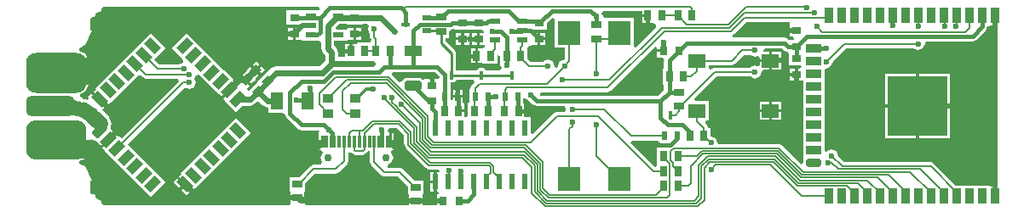
<source format=gtl>
G04 Layer_Physical_Order=1*
G04 Layer_Color=255*
%FSLAX24Y24*%
%MOIN*%
G70*
G01*
G75*
%ADD10C,0.0591*%
%ADD11R,0.0685X0.0551*%
%ADD12R,0.0866X0.0945*%
%ADD13R,0.0689X0.0394*%
G04:AMPARAMS|DCode=14|XSize=68.9mil|YSize=39.4mil|CornerRadius=0mil|HoleSize=0mil|Usage=FLASHONLY|Rotation=180.000|XOffset=0mil|YOffset=0mil|HoleType=Round|Shape=Octagon|*
%AMOCTAGOND14*
4,1,8,-0.0344,0.0098,-0.0344,-0.0098,-0.0246,-0.0197,0.0246,-0.0197,0.0344,-0.0098,0.0344,0.0098,0.0246,0.0197,-0.0246,0.0197,-0.0344,0.0098,0.0*
%
%ADD14OCTAGOND14*%

%ADD15R,0.0335X0.0217*%
G04:AMPARAMS|DCode=16|XSize=33.5mil|YSize=15.7mil|CornerRadius=0mil|HoleSize=0mil|Usage=FLASHONLY|Rotation=180.000|XOffset=0mil|YOffset=0mil|HoleType=Round|Shape=Octagon|*
%AMOCTAGOND16*
4,1,8,-0.0167,0.0039,-0.0167,-0.0039,-0.0128,-0.0079,0.0128,-0.0079,0.0167,-0.0039,0.0167,0.0039,0.0128,0.0079,-0.0128,0.0079,-0.0167,0.0039,0.0*
%
%ADD16OCTAGOND16*%

G04:AMPARAMS|DCode=17|XSize=43.3mil|YSize=35.4mil|CornerRadius=8.9mil|HoleSize=0mil|Usage=FLASHONLY|Rotation=180.000|XOffset=0mil|YOffset=0mil|HoleType=Round|Shape=RoundedRectangle|*
%AMROUNDEDRECTD17*
21,1,0.0433,0.0177,0,0,180.0*
21,1,0.0256,0.0354,0,0,180.0*
1,1,0.0177,-0.0128,0.0089*
1,1,0.0177,0.0128,0.0089*
1,1,0.0177,0.0128,-0.0089*
1,1,0.0177,-0.0128,-0.0089*
%
%ADD17ROUNDEDRECTD17*%
%ADD18R,0.0433X0.0217*%
G04:AMPARAMS|DCode=19|XSize=59.1mil|YSize=35.4mil|CornerRadius=0mil|HoleSize=0mil|Usage=FLASHONLY|Rotation=135.000|XOffset=0mil|YOffset=0mil|HoleType=Round|Shape=Rectangle|*
%AMROTATEDRECTD19*
4,1,4,0.0334,-0.0084,0.0084,-0.0334,-0.0334,0.0084,-0.0084,0.0334,0.0334,-0.0084,0.0*
%
%ADD19ROTATEDRECTD19*%

G04:AMPARAMS|DCode=20|XSize=59.1mil|YSize=35.4mil|CornerRadius=0mil|HoleSize=0mil|Usage=FLASHONLY|Rotation=45.000|XOffset=0mil|YOffset=0mil|HoleType=Round|Shape=Rectangle|*
%AMROTATEDRECTD20*
4,1,4,-0.0084,-0.0334,-0.0334,-0.0084,0.0084,0.0334,0.0334,0.0084,-0.0084,-0.0334,0.0*
%
%ADD20ROTATEDRECTD20*%

G04:AMPARAMS|DCode=21|XSize=59.1mil|YSize=35.4mil|CornerRadius=8.9mil|HoleSize=0mil|Usage=FLASHONLY|Rotation=45.000|XOffset=0mil|YOffset=0mil|HoleType=Round|Shape=RoundedRectangle|*
%AMROUNDEDRECTD21*
21,1,0.0591,0.0177,0,0,45.0*
21,1,0.0413,0.0354,0,0,45.0*
1,1,0.0177,0.0209,0.0084*
1,1,0.0177,-0.0084,-0.0209*
1,1,0.0177,-0.0209,-0.0084*
1,1,0.0177,0.0084,0.0209*
%
%ADD21ROUNDEDRECTD21*%
%ADD22R,0.0453X0.0709*%
G04:AMPARAMS|DCode=23|XSize=78.7mil|YSize=189mil|CornerRadius=19.7mil|HoleSize=0mil|Usage=FLASHONLY|Rotation=90.000|XOffset=0mil|YOffset=0mil|HoleType=Round|Shape=RoundedRectangle|*
%AMROUNDEDRECTD23*
21,1,0.0787,0.1496,0,0,90.0*
21,1,0.0394,0.1890,0,0,90.0*
1,1,0.0394,0.0748,0.0197*
1,1,0.0394,0.0748,-0.0197*
1,1,0.0394,-0.0748,-0.0197*
1,1,0.0394,-0.0748,0.0197*
%
%ADD23ROUNDEDRECTD23*%
G04:AMPARAMS|DCode=24|XSize=153.5mil|YSize=236.2mil|CornerRadius=38.4mil|HoleSize=0mil|Usage=FLASHONLY|Rotation=90.000|XOffset=0mil|YOffset=0mil|HoleType=Round|Shape=RoundedRectangle|*
%AMROUNDEDRECTD24*
21,1,0.1535,0.1594,0,0,90.0*
21,1,0.0768,0.2362,0,0,90.0*
1,1,0.0768,0.0797,0.0384*
1,1,0.0768,0.0797,-0.0384*
1,1,0.0768,-0.0797,-0.0384*
1,1,0.0768,-0.0797,0.0384*
%
%ADD24ROUNDEDRECTD24*%
G04:AMPARAMS|DCode=25|XSize=157.5mil|YSize=236.2mil|CornerRadius=39.4mil|HoleSize=0mil|Usage=FLASHONLY|Rotation=90.000|XOffset=0mil|YOffset=0mil|HoleType=Round|Shape=RoundedRectangle|*
%AMROUNDEDRECTD25*
21,1,0.1575,0.1575,0,0,90.0*
21,1,0.0787,0.2362,0,0,90.0*
1,1,0.0787,0.0787,0.0394*
1,1,0.0787,0.0787,-0.0394*
1,1,0.0787,-0.0787,-0.0394*
1,1,0.0787,-0.0787,0.0394*
%
%ADD25ROUNDEDRECTD25*%
%ADD26R,0.0354X0.0591*%
%ADD27R,0.0591X0.0354*%
G04:AMPARAMS|DCode=28|XSize=35.4mil|YSize=59.1mil|CornerRadius=0mil|HoleSize=0mil|Usage=FLASHONLY|Rotation=90.000|XOffset=0mil|YOffset=0mil|HoleType=Round|Shape=Octagon|*
%AMOCTAGOND28*
4,1,8,-0.0295,-0.0089,-0.0295,0.0089,-0.0207,0.0177,0.0207,0.0177,0.0295,0.0089,0.0295,-0.0089,0.0207,-0.0177,-0.0207,-0.0177,-0.0295,-0.0089,0.0*
%
%ADD28OCTAGOND28*%

%ADD29R,0.2362X0.2362*%
%ADD30R,0.0315X0.0374*%
%ADD31R,0.0390X0.0283*%
%ADD32R,0.0236X0.0610*%
%ADD33R,0.0118X0.0512*%
%ADD34R,0.0374X0.0315*%
%ADD35R,0.0283X0.0390*%
G04:AMPARAMS|DCode=36|XSize=37.4mil|YSize=31.5mil|CornerRadius=0mil|HoleSize=0mil|Usage=FLASHONLY|Rotation=225.000|XOffset=0mil|YOffset=0mil|HoleType=Round|Shape=Rectangle|*
%AMROTATEDRECTD36*
4,1,4,0.0021,0.0244,0.0244,0.0021,-0.0021,-0.0244,-0.0244,-0.0021,0.0021,0.0244,0.0*
%
%ADD36ROTATEDRECTD36*%

%ADD37R,0.0217X0.0335*%
G04:AMPARAMS|DCode=38|XSize=33.5mil|YSize=15.7mil|CornerRadius=0mil|HoleSize=0mil|Usage=FLASHONLY|Rotation=90.000|XOffset=0mil|YOffset=0mil|HoleType=Round|Shape=Octagon|*
%AMOCTAGOND38*
4,1,8,0.0039,0.0167,-0.0039,0.0167,-0.0079,0.0128,-0.0079,-0.0128,-0.0039,-0.0167,0.0039,-0.0167,0.0079,-0.0128,0.0079,0.0128,0.0039,0.0167,0.0*
%
%ADD38OCTAGOND38*%

%ADD39C,0.0157*%
%ADD40C,0.0059*%
%ADD41C,0.0236*%
%ADD42C,0.0079*%
%ADD43C,0.0197*%
%ADD44C,0.0098*%
%ADD45C,0.0118*%
%ADD46C,0.0276*%
%ADD47R,0.0669X0.1070*%
%ADD48R,0.0669X0.0773*%
%ADD49O,0.0472X0.0709*%
%ADD50O,0.0472X0.0787*%
%ADD51C,0.0295*%
%ADD52C,0.0236*%
G36*
X24311Y7667D02*
X24531D01*
Y7608D01*
X24591D01*
Y7335D01*
X24733D01*
X24815Y7295D01*
X24849Y7271D01*
X24865Y7153D01*
X24075Y6363D01*
X23976Y6404D01*
Y7530D01*
X22874D01*
X22874Y7530D01*
Y7530D01*
X22775Y7579D01*
X22728Y7694D01*
X22794Y7792D01*
X24311D01*
Y7667D01*
D02*
G37*
G36*
X29879Y6237D02*
X29879Y6237D01*
X29954Y6206D01*
X30029Y6175D01*
X30049Y6084D01*
Y5647D01*
X30532D01*
X30549Y5627D01*
X30538Y5577D01*
X30506Y5529D01*
X30413D01*
Y5293D01*
Y5057D01*
X30524D01*
X30620Y5057D01*
X30622Y4959D01*
Y4610D01*
X30622D01*
Y4020D01*
X30622D01*
Y3610D01*
X30622D01*
Y3020D01*
X30622D01*
Y2610D01*
X30622D01*
Y2117D01*
X30622Y2020D01*
X30622Y1970D01*
X30622Y1864D01*
Y1807D01*
X30531Y1770D01*
X29786Y2515D01*
X29673Y2561D01*
X27295D01*
X27264Y2608D01*
X27189Y2789D01*
X27008Y2864D01*
X26988Y2877D01*
Y3187D01*
X26899D01*
Y3189D01*
X26849Y3310D01*
X26775Y3384D01*
X26812Y3475D01*
X26910D01*
Y4262D01*
X26393D01*
X26356Y4353D01*
X27226Y5223D01*
X28555D01*
X28559Y5213D01*
X28740Y5138D01*
X28921Y5213D01*
X28996Y5394D01*
X28993Y5401D01*
X29048Y5482D01*
X29280D01*
Y5778D01*
X28918D01*
Y5664D01*
X28836Y5610D01*
X28740Y5649D01*
X28559Y5574D01*
X28555Y5564D01*
X27155D01*
X27035Y5514D01*
X27009Y5488D01*
X26910Y5529D01*
Y5666D01*
X27828D01*
X27948Y5716D01*
X28302Y6070D01*
X28555D01*
X28559Y6060D01*
X28740Y5985D01*
X28836Y6025D01*
X28918Y5970D01*
Y5896D01*
X29280D01*
Y6191D01*
X29081D01*
X29063Y6224D01*
X29122Y6322D01*
X29794D01*
X29879Y6237D01*
D02*
G37*
G36*
X20906Y7483D02*
Y6349D01*
X21286D01*
Y5891D01*
X21278Y5886D01*
X21097Y5811D01*
X21023Y5630D01*
X21027Y5620D01*
X20960Y5553D01*
X20877Y5609D01*
X20886Y5630D01*
X20811Y5811D01*
X20630Y5886D01*
X20449Y5811D01*
X20445Y5800D01*
X19952D01*
X19823Y5930D01*
Y6347D01*
X19889Y6417D01*
X19961Y6417D01*
X20039Y6467D01*
X20059Y6467D01*
X20217D01*
Y6703D01*
Y6939D01*
X20031D01*
X20010Y6939D01*
X20002Y6959D01*
X20071Y7057D01*
X20581D01*
Y7297D01*
X20807Y7524D01*
X20906Y7483D01*
D02*
G37*
G36*
X30089Y7254D02*
X30089D01*
Y7077D01*
X30354D01*
Y6959D01*
X30089D01*
Y6782D01*
X30221D01*
X30274Y6683D01*
X30261Y6664D01*
X30055D01*
X30033Y6686D01*
X29882Y6748D01*
X29882Y6748D01*
X27866D01*
X27847Y6847D01*
X27921Y6878D01*
X28393Y7349D01*
X30081D01*
X30089Y7254D01*
D02*
G37*
G36*
X38083Y896D02*
X37917D01*
Y935D01*
X36917D01*
Y935D01*
X36584D01*
X35723Y1796D01*
X35610Y1843D01*
X32230D01*
X31987Y2085D01*
X31996Y2106D01*
X31921Y2287D01*
X31740Y2362D01*
X31559Y2287D01*
X31547Y2258D01*
X31449Y2278D01*
Y2520D01*
X31449D01*
Y3110D01*
X31449D01*
Y3520D01*
X31449D01*
Y4110D01*
X31449D01*
Y4520D01*
X31449D01*
Y5020D01*
X31449D01*
Y5489D01*
X31522Y5538D01*
X31702Y5613D01*
X31777Y5793D01*
X31773Y5804D01*
X32305Y6336D01*
X34937D01*
X34941Y6325D01*
X35122Y6250D01*
X35303Y6325D01*
X35378Y6506D01*
X35378Y6506D01*
X35432Y6588D01*
X37248D01*
X37248Y6588D01*
X37399Y6651D01*
X37773Y7025D01*
X37773Y7025D01*
X37835Y7175D01*
Y7195D01*
X37917D01*
Y7234D01*
X38083D01*
X38083Y896D01*
D02*
G37*
G36*
X16978Y7057D02*
Y7057D01*
X17589D01*
Y7057D01*
X17608D01*
Y7057D01*
X18058D01*
X18126Y6986D01*
X18125Y6946D01*
X18119Y6939D01*
X17972D01*
Y6703D01*
Y6467D01*
X18140Y6467D01*
X18157Y6445D01*
X18147Y6397D01*
X18122Y6347D01*
X18040Y6307D01*
X18024Y6307D01*
X17898D01*
Y6034D01*
Y5760D01*
X18040Y5760D01*
X18122Y5721D01*
X18141Y5721D01*
X18642D01*
Y6050D01*
X18661Y6064D01*
X18760Y6014D01*
Y5721D01*
X18760D01*
X18760Y5669D01*
X18777Y5629D01*
X18811Y5545D01*
X18748Y5447D01*
X18228D01*
Y5453D01*
X18130Y5551D01*
X17933D01*
X17835Y5453D01*
Y5447D01*
X17047D01*
Y5453D01*
X17032Y5469D01*
Y6119D01*
X16978Y6247D01*
X16978Y6247D01*
X16638Y6588D01*
Y6739D01*
X16770D01*
Y7000D01*
X16839Y7059D01*
X16923Y7094D01*
X16978Y7057D01*
D02*
G37*
G36*
X19780Y4307D02*
X19883Y4265D01*
X20039Y4108D01*
X20039Y4108D01*
X20190Y4046D01*
X21276D01*
X21330Y3964D01*
X21319Y3937D01*
X21333Y3903D01*
X21279Y3821D01*
X20984D01*
X20871Y3774D01*
X20053Y2956D01*
X19962Y2994D01*
Y3622D01*
X19705D01*
Y3809D01*
X19484D01*
Y3927D01*
X19705D01*
Y4142D01*
X19705D01*
X19656Y4193D01*
Y4350D01*
X19754Y4370D01*
X19780Y4307D01*
D02*
G37*
G36*
X24955Y2589D02*
X25373D01*
X25408Y2491D01*
X25327Y2410D01*
X24906D01*
Y1819D01*
X24906D01*
Y1679D01*
X24807Y1671D01*
X23866Y2613D01*
X23871Y2634D01*
X23914Y2704D01*
X24955D01*
Y2589D01*
D02*
G37*
G36*
X17767Y4986D02*
X17655Y4875D01*
X17605Y4754D01*
Y4725D01*
X17549D01*
Y4181D01*
X17500D01*
Y3705D01*
X17462Y3622D01*
X17343D01*
Y3809D01*
X17122D01*
Y3927D01*
X17343D01*
X17343Y4142D01*
X17293Y4220D01*
X17293Y4240D01*
Y4380D01*
X17106D01*
X16919D01*
Y4338D01*
X16821Y4283D01*
X16821Y4283D01*
Y4725D01*
X16808D01*
Y4980D01*
X16949D01*
X17047Y5079D01*
Y5085D01*
X17726D01*
X17767Y4986D01*
D02*
G37*
G36*
X16381Y5217D02*
Y5200D01*
X16364Y5108D01*
X16158D01*
Y4872D01*
X16040D01*
Y5108D01*
X15833D01*
Y5108D01*
X15734Y5092D01*
X15659Y5167D01*
X15049D01*
X14892Y5010D01*
X14832Y4985D01*
X14528Y5289D01*
X14536Y5341D01*
X14558Y5387D01*
X16211D01*
X16381Y5217D01*
D02*
G37*
G36*
X24906Y6347D02*
Y6295D01*
X25142D01*
Y6177D01*
X24906D01*
Y5971D01*
X25132D01*
X25187Y5889D01*
X25170Y5848D01*
X25170Y5848D01*
Y5520D01*
X25123D01*
Y4894D01*
X25170D01*
Y4691D01*
X24951Y4472D01*
X20338D01*
X20315Y4505D01*
X20366Y4603D01*
X22963D01*
X23083Y4653D01*
X24815Y6385D01*
X24906Y6347D01*
D02*
G37*
G36*
X11686Y7919D02*
X11703Y7861D01*
X11668Y7819D01*
X11024D01*
Y7819D01*
X11014Y7809D01*
X10404D01*
Y7258D01*
X10914D01*
X10982Y7159D01*
X10974Y7139D01*
X10954Y7139D01*
X10768D01*
Y6903D01*
Y6667D01*
X10946Y6667D01*
X11024Y6618D01*
X11052Y6618D01*
X11693D01*
X11752Y6544D01*
Y6329D01*
X11827Y6148D01*
X11910Y6065D01*
Y5825D01*
X11705Y5620D01*
X9987D01*
X9806Y5545D01*
X9681Y5420D01*
X9667Y5434D01*
X9235Y5002D01*
X9248Y4990D01*
X8911Y4653D01*
X8854Y4682D01*
X8847Y4756D01*
X8958Y4866D01*
X8791Y5033D01*
X8624Y5200D01*
X8477Y5054D01*
X8552Y4979D01*
X8522Y4871D01*
X8497Y4864D01*
X8464Y4898D01*
X8200Y4633D01*
X7935Y4369D01*
X8033Y4271D01*
X8005Y4244D01*
X8422Y3826D01*
X8668Y4071D01*
X8975D01*
X9156Y4146D01*
X9243Y4233D01*
X9257Y4219D01*
X9292Y4254D01*
X9465Y4081D01*
X9646Y4006D01*
X9695D01*
Y3789D01*
X10237D01*
X10328Y3766D01*
X10391Y3615D01*
X10841Y3164D01*
X10841Y3164D01*
X10992Y3102D01*
X10992Y3102D01*
X11694D01*
X11704Y3086D01*
X11673Y2988D01*
X11673D01*
Y2712D01*
X11811D01*
Y2594D01*
X11673D01*
Y2318D01*
X11772D01*
X11808Y2227D01*
X11724Y2024D01*
X11799Y1843D01*
X11755Y1745D01*
X11466D01*
X11346Y1695D01*
X10901Y1250D01*
X10514D01*
Y750D01*
X10514Y730D01*
X10553Y648D01*
X10553Y632D01*
Y506D01*
X10827D01*
X11100D01*
X11100Y648D01*
X11140Y730D01*
X11140Y750D01*
Y1007D01*
X11537Y1404D01*
X12329D01*
X12449Y1454D01*
X12778Y1783D01*
X12828Y1903D01*
Y2200D01*
X12836Y2213D01*
X12927Y2222D01*
X12939Y2222D01*
X12987Y2174D01*
X13100Y2127D01*
X13386D01*
X13499Y2174D01*
X13558Y2233D01*
X13577Y2279D01*
X13668D01*
Y1856D01*
X13718Y1735D01*
X14118Y1336D01*
X14238Y1286D01*
X14762D01*
X15145Y904D01*
Y612D01*
X15145D01*
X15184Y549D01*
Y388D01*
X15458D01*
X15731D01*
Y530D01*
X15771Y612D01*
X15771Y612D01*
X15771Y612D01*
Y1132D01*
X15399D01*
X14954Y1577D01*
X14833Y1627D01*
X14388D01*
X14363Y1661D01*
X14397Y1781D01*
X14491Y1820D01*
X14575Y2024D01*
X14491Y2227D01*
X14528Y2318D01*
X14606D01*
Y2594D01*
X14469D01*
Y2653D01*
X14410D01*
Y3014D01*
X14361Y3086D01*
X14372Y3112D01*
X14424Y3190D01*
X14712D01*
X14998Y2905D01*
Y2535D01*
X15044Y2422D01*
X15857Y1610D01*
X15970Y1563D01*
X16337D01*
X16356Y1548D01*
X16384Y1494D01*
X16364Y1457D01*
X16285D01*
Y1073D01*
Y689D01*
X16314D01*
X16353Y636D01*
X16330Y591D01*
X16299D01*
Y384D01*
X16535D01*
Y266D01*
X16299D01*
Y171D01*
X15731D01*
Y270D01*
X15458D01*
X15184D01*
Y170D01*
X11176D01*
X11100Y226D01*
X11100Y269D01*
Y388D01*
X10827D01*
X10553D01*
Y269D01*
X10553Y226D01*
X10478Y170D01*
X3216D01*
X3147Y240D01*
X3148Y336D01*
X2969Y410D01*
X2895Y588D01*
X2799Y587D01*
X2730Y656D01*
Y1119D01*
X2731Y1120D01*
X2775Y1121D01*
X2541Y1685D01*
X2303Y1783D01*
Y1890D01*
X2541Y1989D01*
X2688Y2343D01*
Y2716D01*
X2786Y2757D01*
X2836Y2707D01*
X2979Y2648D01*
X2980Y2643D01*
Y2643D01*
X3119Y2504D01*
X3383Y2768D01*
X3648Y3033D01*
X3509Y3172D01*
X3520Y3266D01*
X3558Y3356D01*
X3427Y3673D01*
X3189Y3910D01*
X3300Y4021D01*
X3035Y4285D01*
X2771Y4550D01*
X2632Y4411D01*
X2673Y4369D01*
X2619Y4287D01*
X2309Y4415D01*
X2309Y4514D01*
X2539Y4609D01*
X2689Y4971D01*
Y5305D01*
X1390D01*
Y5423D01*
X2689D01*
Y5758D01*
X2539Y6120D01*
X2275Y6229D01*
Y6335D01*
X2541Y6445D01*
X2775Y7009D01*
X2731Y7010D01*
X2730Y7012D01*
Y7474D01*
X2799Y7543D01*
X2895Y7542D01*
X2969Y7720D01*
X3148Y7794D01*
X3147Y7890D01*
X3216Y7960D01*
X11652D01*
X11686Y7919D01*
D02*
G37*
G36*
X13621Y7179D02*
X13583Y7087D01*
X13658Y6906D01*
X13668Y6902D01*
Y6752D01*
X13714Y6642D01*
X13686Y6567D01*
X13674Y6543D01*
X13201D01*
Y6543D01*
X13138Y6504D01*
X12976D01*
Y6230D01*
X12917D01*
Y6171D01*
X12697D01*
Y5975D01*
X12422D01*
Y6171D01*
X12347Y6352D01*
X12264Y6435D01*
Y6618D01*
X12756Y6618D01*
X12834Y6667D01*
X12854Y6667D01*
X13012D01*
Y6903D01*
Y7139D01*
X12826D01*
X12805Y7139D01*
X12735Y7071D01*
X12707Y7071D01*
X12374D01*
X12334Y7169D01*
X12442Y7277D01*
X12766D01*
Y7258D01*
X13376D01*
Y7277D01*
X13556D01*
X13621Y7179D01*
D02*
G37*
%LPC*%
G36*
X24472Y7549D02*
X24311D01*
Y7335D01*
X24472D01*
Y7549D01*
D02*
G37*
G36*
X29761Y4223D02*
X29398D01*
Y3927D01*
X29761D01*
Y4223D01*
D02*
G37*
G36*
Y3809D02*
X29398D01*
Y3514D01*
X29761D01*
Y3809D01*
D02*
G37*
G36*
X29280Y4223D02*
X28918D01*
Y3927D01*
X29280D01*
Y4223D01*
D02*
G37*
G36*
Y3809D02*
X28918D01*
Y3514D01*
X29280D01*
Y3809D01*
D02*
G37*
G36*
X29761Y6191D02*
X29398D01*
Y5896D01*
X29761D01*
Y6191D01*
D02*
G37*
G36*
X30295Y5529D02*
X30089D01*
Y5352D01*
X30295D01*
Y5529D01*
D02*
G37*
G36*
Y5234D02*
X30089D01*
Y5057D01*
X30295D01*
Y5234D01*
D02*
G37*
G36*
X29761Y5778D02*
X29398D01*
Y5482D01*
X29761D01*
Y5778D01*
D02*
G37*
G36*
X20541Y6644D02*
X20335D01*
Y6467D01*
X20541D01*
Y6644D01*
D02*
G37*
G36*
X20335Y6939D02*
Y6762D01*
X20541D01*
Y6939D01*
X20335D01*
D02*
G37*
G36*
X35031Y5325D02*
X33831D01*
Y4124D01*
X35031D01*
Y5325D01*
D02*
G37*
G36*
X36350D02*
X35150D01*
Y4124D01*
X36350D01*
Y5325D01*
D02*
G37*
G36*
Y4006D02*
X35150D01*
Y2805D01*
X36350D01*
Y4006D01*
D02*
G37*
G36*
X35031D02*
X33831D01*
Y2805D01*
X35031D01*
Y4006D01*
D02*
G37*
G36*
X17224Y6939D02*
X17018D01*
Y6762D01*
X17224D01*
Y6939D01*
D02*
G37*
G36*
X17854Y6644D02*
X17648D01*
Y6467D01*
X17854D01*
Y6644D01*
D02*
G37*
G36*
X17549Y6939D02*
X17343D01*
Y6762D01*
X17549D01*
Y6939D01*
D02*
G37*
G36*
X17780Y6307D02*
X17618D01*
Y6093D01*
X17780D01*
Y6307D01*
D02*
G37*
G36*
X17224Y6644D02*
X17018D01*
Y6467D01*
X17224D01*
Y6644D01*
D02*
G37*
G36*
X17549D02*
X17343D01*
Y6467D01*
X17549D01*
Y6644D01*
D02*
G37*
G36*
X17780Y5975D02*
X17618D01*
Y5760D01*
X17780D01*
Y5975D01*
D02*
G37*
G36*
X17854Y6939D02*
X17648D01*
Y6762D01*
X17854D01*
Y6939D01*
D02*
G37*
G36*
X17047Y4685D02*
X16919D01*
Y4498D01*
X17047D01*
Y4685D01*
D02*
G37*
G36*
X17293D02*
X17165D01*
Y4498D01*
X17293D01*
Y4685D01*
D02*
G37*
G36*
X5082Y6916D02*
X4664Y6499D01*
X4316Y6151D01*
X3968Y5803D01*
X3620Y5455D01*
X3342Y5176D01*
X2924Y4759D01*
X2952Y4731D01*
X2855Y4633D01*
X3119Y4369D01*
X3383Y4104D01*
X3481Y4202D01*
X3509Y4174D01*
X3857Y4522D01*
X4205Y4870D01*
X4622Y5288D01*
X4707Y5255D01*
X4790Y5173D01*
X4903Y5126D01*
X6155D01*
X6196Y5027D01*
X3953Y2784D01*
X3857Y2880D01*
X3829Y2852D01*
X3731Y2949D01*
X3467Y2685D01*
X3202Y2420D01*
X3300Y2323D01*
X3272Y2295D01*
X3620Y1947D01*
X3620Y1947D01*
X4038Y1529D01*
X4316Y1251D01*
X4734Y833D01*
X5082Y485D01*
X5666Y1070D01*
X5249Y1488D01*
X4970Y1766D01*
X4553Y2184D01*
X4274Y2462D01*
X4274Y2462D01*
X4179Y2558D01*
X6416Y4795D01*
X6424Y4794D01*
X6604Y4719D01*
X6785Y4794D01*
X6860Y4975D01*
X6796Y5130D01*
X6849Y5260D01*
X6951Y5297D01*
X7309Y4940D01*
X7309Y4940D01*
X7726Y4522D01*
X7754Y4550D01*
X7852Y4452D01*
X8116Y4717D01*
X8381Y4981D01*
X8283Y5079D01*
X8311Y5107D01*
X7963Y5455D01*
X7963Y5455D01*
X7545Y5872D01*
X7197Y6220D01*
X6849Y6568D01*
X6849Y6568D01*
X6501Y6916D01*
X5917Y6332D01*
X6334Y5914D01*
X6367Y5829D01*
X6345Y5764D01*
X6197Y5703D01*
X6188Y5682D01*
X5429D01*
X5223Y5888D01*
X5318Y5984D01*
X5666Y6332D01*
X5082Y6916D01*
D02*
G37*
G36*
X16166Y1457D02*
X16029D01*
Y1132D01*
X16166D01*
Y1457D01*
D02*
G37*
G36*
X8422Y3576D02*
X8005Y3158D01*
X7657Y2810D01*
X7657Y2810D01*
X7309Y2462D01*
X7309Y2462D01*
X7030Y2184D01*
X7030Y2184D01*
X6613Y1766D01*
X6265Y1418D01*
X6293Y1390D01*
X6195Y1293D01*
X6460Y1028D01*
X6724Y764D01*
X6822Y861D01*
X6849Y833D01*
X7197Y1181D01*
X7545Y1529D01*
X7545Y1529D01*
X7963Y1947D01*
X7963Y1947D01*
X8311Y2295D01*
X8311Y2295D01*
X8659Y2643D01*
X9007Y2991D01*
X8422Y3576D01*
D02*
G37*
G36*
X6112Y1209D02*
X5972Y1070D01*
X6195Y847D01*
X6334Y987D01*
X6112Y1209D01*
D02*
G37*
G36*
X6418Y903D02*
X6279Y764D01*
X6501Y541D01*
X6641Y680D01*
X6418Y903D01*
D02*
G37*
G36*
X16166Y1014D02*
X16029D01*
Y689D01*
X16166D01*
Y1014D01*
D02*
G37*
G36*
X14606Y2988D02*
X14528D01*
Y2712D01*
X14606D01*
Y2988D01*
D02*
G37*
G36*
X10650Y6844D02*
X10443D01*
Y6667D01*
X10650D01*
Y6844D01*
D02*
G37*
G36*
X9430Y5615D02*
X9284Y5469D01*
X9409Y5343D01*
X9555Y5489D01*
X9430Y5615D01*
D02*
G37*
G36*
X10650Y7139D02*
X10443D01*
Y6962D01*
X10650D01*
Y7139D01*
D02*
G37*
G36*
X8991Y5594D02*
X8905Y5507D01*
X8845Y5448D01*
X8794Y5371D01*
X8707Y5284D01*
X8874Y5117D01*
X9041Y4950D01*
X9128Y5037D01*
X9187Y5096D01*
X9239Y5173D01*
X9326Y5260D01*
X9158Y5427D01*
X8991Y5594D01*
D02*
G37*
G36*
X9221Y5824D02*
X9075Y5677D01*
X9200Y5552D01*
X9346Y5698D01*
X9221Y5824D01*
D02*
G37*
G36*
X13130Y7139D02*
Y6962D01*
X13337D01*
Y7139D01*
X13130D01*
D02*
G37*
G36*
X12858Y6504D02*
X12697D01*
Y6289D01*
X12858D01*
Y6504D01*
D02*
G37*
G36*
X13337Y6844D02*
X13130D01*
Y6667D01*
X13337D01*
Y6844D01*
D02*
G37*
%LPD*%
D10*
X2773Y3693D02*
G03*
X2066Y3986I-707J-707D01*
G01*
X1154D02*
X2066D01*
X2773Y3693D02*
X3110Y3356D01*
D11*
X29339Y3868D02*
D03*
X26450D02*
D03*
X29339Y5837D02*
D03*
X26450D02*
D03*
D12*
X21457Y1191D02*
D03*
Y6939D02*
D03*
X23425Y1191D02*
D03*
Y6939D02*
D03*
D13*
X15354Y6230D02*
D03*
D14*
Y4852D02*
D03*
D15*
X15886Y7014D02*
D03*
Y7526D02*
D03*
D16*
X15059Y7270D02*
D03*
D17*
X13100Y3770D02*
D03*
X12037D02*
D03*
X12037Y4360D02*
D03*
X13100D02*
D03*
D18*
X19626Y6644D02*
D03*
X19626Y7018D02*
D03*
X19626Y7392D02*
D03*
X18563D02*
D03*
Y6644D02*
D03*
X11358Y7592D02*
D03*
X11358Y7218D02*
D03*
X11358Y6844D02*
D03*
X12421D02*
D03*
Y7592D02*
D03*
D19*
X8506Y3074D02*
D03*
X8158Y2727D02*
D03*
X7810Y2378D02*
D03*
X7462Y2030D02*
D03*
X7114Y1683D02*
D03*
X6766Y1334D02*
D03*
X6418Y987D02*
D03*
X3077Y4327D02*
D03*
X3425Y4675D02*
D03*
X3773Y5023D02*
D03*
X4121Y5371D02*
D03*
X4469Y5719D02*
D03*
X4817Y6067D02*
D03*
X5165Y6415D02*
D03*
D20*
Y987D02*
D03*
X4817Y1334D02*
D03*
X4469Y1683D02*
D03*
X4121Y2030D02*
D03*
X3773Y2378D02*
D03*
X3425Y2726D02*
D03*
X6418Y6415D02*
D03*
X6766Y6067D02*
D03*
X7114Y5719D02*
D03*
X7462Y5371D02*
D03*
X7810Y5023D02*
D03*
X8158Y4675D02*
D03*
X8506Y4327D02*
D03*
D21*
X3077Y3074D02*
D03*
D22*
X11220Y4262D02*
D03*
X10039D02*
D03*
D23*
X1154Y4065D02*
D03*
D24*
X1390Y2726D02*
D03*
D25*
Y5364D02*
D03*
D26*
X38122Y7608D02*
D03*
X37622D02*
D03*
X37122D02*
D03*
X36622Y7608D02*
D03*
X36122D02*
D03*
X35622D02*
D03*
X35122Y7608D02*
D03*
X34622D02*
D03*
X34122D02*
D03*
X33622Y7608D02*
D03*
X33122D02*
D03*
X32622Y7608D02*
D03*
X32122D02*
D03*
X31622D02*
D03*
Y522D02*
D03*
X32122D02*
D03*
X32622D02*
D03*
X33122Y522D02*
D03*
X33622Y522D02*
D03*
X34122D02*
D03*
X34622D02*
D03*
X35122D02*
D03*
X35622Y522D02*
D03*
X36122Y522D02*
D03*
X36622Y522D02*
D03*
X37122Y522D02*
D03*
X37622D02*
D03*
X38122D02*
D03*
D27*
X31035Y6315D02*
D03*
X31035Y5815D02*
D03*
X31035Y5315D02*
D03*
X31035Y4815D02*
D03*
X31035Y4315D02*
D03*
X31035Y3815D02*
D03*
X31035Y3315D02*
D03*
X31035Y2815D02*
D03*
X31035Y2315D02*
D03*
D28*
X31035Y1815D02*
D03*
D29*
X35091Y4065D02*
D03*
D30*
X16535Y325D02*
D03*
X17165D02*
D03*
X25772Y6236D02*
D03*
X25142D02*
D03*
D31*
X10827Y990D02*
D03*
Y447D02*
D03*
X25772Y4602D02*
D03*
Y4059D02*
D03*
X22520Y7240D02*
D03*
Y6697D02*
D03*
X16457Y7542D02*
D03*
X16457Y6998D02*
D03*
X15458Y872D02*
D03*
Y329D02*
D03*
D32*
X16226Y3199D02*
D03*
X16726D02*
D03*
X19726Y1073D02*
D03*
X19726Y3199D02*
D03*
X19226D02*
D03*
X18726D02*
D03*
X18226D02*
D03*
X17726D02*
D03*
X17226D02*
D03*
X19226Y1073D02*
D03*
X18726D02*
D03*
X18226D02*
D03*
X17726D02*
D03*
X17226D02*
D03*
X16726D02*
D03*
X16226D02*
D03*
D33*
X14469Y2653D02*
D03*
X14350Y2653D02*
D03*
X14154Y2653D02*
D03*
X14032Y2653D02*
D03*
X12268Y2653D02*
D03*
X12142Y2653D02*
D03*
X11949Y2653D02*
D03*
X11811D02*
D03*
X13839Y2653D02*
D03*
X13642D02*
D03*
X13445D02*
D03*
X13248Y2653D02*
D03*
X13051Y2653D02*
D03*
X12854Y2653D02*
D03*
X12658Y2653D02*
D03*
X12461D02*
D03*
D34*
X30354Y5293D02*
D03*
X30354Y5923D02*
D03*
Y7018D02*
D03*
Y6388D02*
D03*
X16099Y4242D02*
D03*
Y4872D02*
D03*
X17283Y7333D02*
D03*
Y6703D02*
D03*
X17913D02*
D03*
Y7333D02*
D03*
X13071Y7533D02*
D03*
Y6903D02*
D03*
X10709Y7533D02*
D03*
Y6903D02*
D03*
X20276Y6703D02*
D03*
Y7333D02*
D03*
D35*
X25709Y1506D02*
D03*
X25165D02*
D03*
X25709Y915D02*
D03*
X25165D02*
D03*
X25709Y2097D02*
D03*
X25165D02*
D03*
X18382Y6034D02*
D03*
X17839D02*
D03*
X25383Y5207D02*
D03*
X25926D02*
D03*
X26185Y2874D02*
D03*
X26728D02*
D03*
X25075Y7608D02*
D03*
X24532D02*
D03*
X26256D02*
D03*
X25713D02*
D03*
X19020Y6034D02*
D03*
X19563D02*
D03*
X18941Y3868D02*
D03*
X19484D02*
D03*
X17760D02*
D03*
X18303D02*
D03*
X16579D02*
D03*
X17122D02*
D03*
X14445Y6230D02*
D03*
X13902D02*
D03*
X13461D02*
D03*
X12917D02*
D03*
D36*
X9200Y5469D02*
D03*
X9646Y5023D02*
D03*
X9278Y4630D02*
D03*
X8832Y5075D02*
D03*
D37*
X25181Y2874D02*
D03*
X25693D02*
D03*
X18957Y4439D02*
D03*
X19468D02*
D03*
X16594D02*
D03*
X17106D02*
D03*
X17776D02*
D03*
X18287D02*
D03*
D38*
X25437Y3701D02*
D03*
X19213Y5266D02*
D03*
X16850D02*
D03*
X18032D02*
D03*
D39*
X10709Y7533D02*
X11713D01*
X14876Y7919D02*
X14946Y7849D01*
X12099Y7919D02*
X14876D01*
X11713Y7533D02*
X12099Y7919D01*
X19626Y7392D02*
X20374D01*
X9646Y4998D02*
X9658Y5010D01*
X25693Y2780D02*
Y2874D01*
X25441Y2528D02*
X25693Y2780D01*
X24961Y2528D02*
X25441D01*
X19016Y5669D02*
X19020Y5673D01*
Y6034D01*
X19961Y4488D02*
X20190Y4259D01*
X25039D01*
X25383Y4602D01*
X25039Y3588D02*
Y4259D01*
X25383Y4602D02*
X25772D01*
X25383D02*
Y5207D01*
X25039Y3588D02*
X25312Y3315D01*
X25906D01*
X26185Y3036D01*
Y2874D02*
Y3036D01*
X24528Y7205D02*
X24532Y7209D01*
Y7608D01*
X17913Y7333D02*
X18238D01*
X18297Y7392D01*
X18563D01*
X17283Y7333D02*
X17913D01*
X16839Y7272D02*
X16900Y7333D01*
X17283D01*
X15618Y7272D02*
X16839D01*
X15354Y7008D02*
X15618Y7272D01*
X15354Y6230D02*
Y7008D01*
X19226Y6993D02*
X19601D01*
X19626Y7018D01*
X19020Y6034D02*
Y6768D01*
X18794Y6993D02*
X19020Y6768D01*
X18465Y6993D02*
X18794D01*
X19961Y7018D02*
X20276Y6703D01*
X19626Y7018D02*
X19961D01*
X30354Y6388D02*
X30768Y6801D01*
X30029Y6388D02*
X30354D01*
X29882Y6535D02*
X30029Y6388D01*
X26071Y6535D02*
X29882D01*
X30354Y5923D02*
Y6388D01*
X25383Y5207D02*
Y5848D01*
X25772Y6236D01*
X26071Y6535D01*
X22520Y7240D02*
Y7579D01*
X22303Y7795D02*
X22520Y7579D01*
X20778Y7795D02*
X22303D01*
X20374Y7392D02*
X20778Y7795D01*
X19498Y7392D02*
X19626D01*
X19094Y7795D02*
X19498Y7392D01*
X16710Y7795D02*
X19094D01*
X16457Y7542D02*
X16710Y7795D01*
X16441Y7526D02*
X16457Y7542D01*
X15886Y7526D02*
X16441D01*
X14946Y7849D02*
X15059Y7736D01*
Y7270D02*
Y7736D01*
X11713Y6969D02*
Y7533D01*
X11358Y6844D02*
X11588D01*
X11713Y6969D01*
X12234Y5404D02*
X14016D01*
X11870Y5039D02*
X12234Y5404D01*
X10984Y5039D02*
X11870D01*
X10541Y4596D02*
X10984Y5039D01*
X10541Y3766D02*
Y4596D01*
X16226Y3199D02*
Y3824D01*
X16099Y3951D02*
X16226Y3824D01*
X16099Y3951D02*
Y4242D01*
X15965D02*
X16099D01*
X15354Y4852D02*
X15965Y4242D01*
X15354Y5601D02*
X16299D01*
X14445D02*
X15354D01*
Y6230D01*
X14445Y5601D02*
Y6230D01*
X14213Y5601D02*
X14445D01*
X14016Y5404D02*
X14213Y5601D01*
X16299D02*
X16594Y5305D01*
Y4439D02*
Y5305D01*
X16099Y4872D02*
Y5191D01*
X17726Y574D02*
Y1073D01*
X17476Y325D02*
X17726Y574D01*
X17165Y325D02*
X17476D01*
X14116Y2738D02*
Y3112D01*
X14094Y2716D02*
X14116Y2738D01*
X12069Y3112D02*
X12205Y2976D01*
X11339Y4518D02*
Y4758D01*
X11260Y4439D02*
X11339Y4518D01*
X16594Y3884D02*
Y4439D01*
X16579Y3868D02*
X16594Y3884D01*
X17122Y3868D02*
Y4423D01*
X17106Y4439D02*
X17122Y4423D01*
X17106Y4439D02*
Y4758D01*
X18287Y4439D02*
X18606D01*
X19484Y3868D02*
X19803D01*
X18287Y3884D02*
Y4439D01*
Y3884D02*
X18303Y3868D01*
X19468Y3884D02*
Y4439D01*
Y3884D02*
X19484Y3868D01*
X37622Y7175D02*
Y7608D01*
X17594Y6703D02*
X17913D01*
X12598Y6230D02*
X12917D01*
X31203Y6309D02*
X31522D01*
X17520Y6034D02*
X17839D01*
X37248Y6801D02*
X37622Y7175D01*
X30768Y6801D02*
X37248D01*
X10787Y4291D02*
X11033D01*
X10541Y3766D02*
X10992Y3315D01*
X11866D01*
X12069Y3112D01*
X12205Y2590D02*
Y2976D01*
X11033Y4291D02*
X11260Y4065D01*
D40*
X14195Y4380D02*
X14577Y3999D01*
X25545Y2402D02*
X29673D01*
X25437Y2293D02*
X25545Y2402D01*
X22591Y3661D02*
X24746Y1506D01*
X20984Y3661D02*
X22591D01*
X19961Y2638D02*
X20984Y3661D01*
X16143Y2638D02*
X19961D01*
X24746Y1506D02*
X25165D01*
X16099Y2530D02*
X19746D01*
X25165Y860D02*
Y915D01*
X24856Y551D02*
X25165Y860D01*
X20691Y551D02*
X24856D01*
X20433Y809D02*
X20691Y551D01*
X20433Y809D02*
Y1843D01*
X19746Y2530D02*
X20433Y1843D01*
X16036Y2421D02*
X19701D01*
X25402Y559D02*
Y1788D01*
X19701Y2421D02*
X20325Y1798D01*
Y764D02*
Y1798D01*
Y764D02*
X20646Y443D01*
X25286D01*
X25402Y559D01*
X25709Y2097D02*
X26460D01*
X25709Y915D02*
X26112D01*
X26220Y1024D01*
Y1704D01*
X26701Y2185D01*
X19723Y2247D02*
X20217Y1753D01*
Y720D02*
Y1753D01*
Y720D02*
X20601Y335D01*
X26353D01*
X20557Y226D02*
X26431D01*
X20108Y675D02*
X20557Y226D01*
X20108Y675D02*
Y1708D01*
X19678Y2139D02*
X20108Y1708D01*
X19633Y2030D02*
X20000Y1664D01*
Y630D02*
Y1664D01*
Y630D02*
X20512Y118D01*
X26879Y2077D02*
X29539D01*
X26530Y1728D02*
X26879Y2077D01*
X26530Y512D02*
Y1728D01*
X26353Y335D02*
X26530Y512D01*
X26924Y1969D02*
X29494D01*
X26638Y1683D02*
X26924Y1969D01*
X26638Y433D02*
Y1683D01*
X26431Y226D02*
X26638Y433D01*
X26969Y1860D02*
X29449D01*
X26746Y1638D02*
X26969Y1860D01*
X26746Y368D02*
Y1638D01*
X26496Y118D02*
X26746Y368D01*
X15615Y2689D02*
Y3391D01*
X14882Y4124D02*
X15615Y3391D01*
X15940Y2841D02*
Y3651D01*
X11693Y4557D02*
X12323Y5187D01*
X15832Y2796D02*
Y3606D01*
X12037Y4360D02*
X12756Y5079D01*
X12919Y4971D02*
X14314D01*
X15079Y4206D01*
X14359Y5079D02*
X15832Y3606D01*
X12756Y5079D02*
X14359D01*
X14404Y5187D02*
X15940Y3651D01*
X12323Y5187D02*
X14404D01*
X14801Y3927D02*
X15507Y3221D01*
X14756Y3819D02*
X15399Y3177D01*
X14756Y3819D02*
X14756D01*
X14577Y3998D02*
X14756Y3819D01*
X14577Y3998D02*
Y3999D01*
X14800Y3927D02*
X14801D01*
X14685Y4043D02*
X14800Y3927D01*
X14685Y4043D02*
Y4043D01*
X14528Y4201D02*
X14685Y4043D01*
X15079Y4204D02*
X15724Y3559D01*
X15079Y4204D02*
Y4206D01*
X12598Y4650D02*
X12919Y4971D01*
X15940Y2841D02*
X16143Y2638D01*
X15724Y2734D02*
Y3559D01*
Y2734D02*
X16036Y2421D01*
X16058Y2247D02*
X19723D01*
X15615Y2689D02*
X16058Y2247D01*
X15507Y2645D02*
Y3221D01*
Y2645D02*
X16013Y2139D01*
X19678D01*
X15968Y2030D02*
X19633D01*
X15399Y2600D02*
X15968Y2030D01*
X15399Y2600D02*
Y3177D01*
X16014Y1831D02*
X18357D01*
X15970Y1723D02*
X18312D01*
X15832Y2796D02*
X16099Y2530D01*
X18726Y1073D02*
Y1230D01*
X18490Y1466D02*
X18726Y1230D01*
X18490Y1466D02*
Y1698D01*
X18382Y1438D02*
Y1653D01*
X18226Y1282D02*
X18382Y1438D01*
X18226Y1073D02*
Y1282D01*
X18357Y1831D02*
X18490Y1698D01*
X18312Y1723D02*
X18382Y1653D01*
X17226Y1073D02*
Y1506D01*
X13445Y2976D02*
X13819Y3350D01*
X13100Y2287D02*
X13386D01*
X13051Y2336D02*
X13100Y2287D01*
X13051Y2336D02*
Y2653D01*
X13248Y2653D02*
Y3084D01*
X12943D02*
X13248D01*
X12854Y2996D02*
X12943Y3084D01*
X12854Y2653D02*
Y2996D01*
X13445Y2346D02*
Y2653D01*
X13386Y2287D02*
X13445Y2346D01*
Y2653D02*
Y2976D01*
X12756Y3770D02*
X13100D01*
X12598Y3927D02*
X12756Y3770D01*
X12598Y3927D02*
Y4650D01*
X25165Y2024D02*
X25402Y1788D01*
X25165Y2024D02*
Y2097D01*
X25534Y1680D02*
X25709Y1506D01*
X25534Y1680D02*
Y1823D01*
X25437Y1920D02*
Y2293D01*
Y1920D02*
X25534Y1823D01*
X11693Y4114D02*
X12037Y3770D01*
X11693Y4114D02*
Y4557D01*
X14528Y4201D02*
Y4380D01*
X14195D02*
X14213D01*
X32622Y522D02*
Y629D01*
X32335Y915D02*
X32622Y629D01*
X30394Y915D02*
X32335D01*
X29449Y1860D02*
X30394Y915D01*
X33122Y522D02*
Y667D01*
X32766Y1024D02*
X33122Y667D01*
X30439Y1024D02*
X32766D01*
X29494Y1969D02*
X30439Y1024D01*
X33622Y522D02*
Y640D01*
X33130Y1132D02*
X33622Y640D01*
X30483Y1132D02*
X33130D01*
X29539Y2077D02*
X30483Y1132D01*
X34122Y522D02*
Y652D01*
X33533Y1240D02*
X34122Y652D01*
X30528Y1240D02*
X33533D01*
X29583Y2185D02*
X30528Y1240D01*
X26701Y2185D02*
X29583D01*
X34622Y522D02*
Y673D01*
X33947Y1349D02*
X34622Y673D01*
X30573Y1349D02*
X33947D01*
X29628Y2293D02*
X30573Y1349D01*
X26657Y2293D02*
X29628D01*
X26460Y2097D02*
X26657Y2293D01*
X35622Y522D02*
Y648D01*
X34803Y1467D02*
X35622Y648D01*
X30608Y1467D02*
X34803D01*
X29673Y2402D02*
X30608Y1467D01*
X36122Y522D02*
Y645D01*
X35193Y1575D02*
X36122Y645D01*
X31986Y1575D02*
X35193D01*
X36622Y522D02*
Y671D01*
X35610Y1683D02*
X36622Y671D01*
X32163Y1683D02*
X35610D01*
X31740Y2106D02*
X32163Y1683D01*
X20512Y118D02*
X26496D01*
X4469Y5719D02*
X4903Y5286D01*
X6604D01*
X4817Y6067D02*
X5363Y5522D01*
X6378D01*
X3773Y2378D02*
X6369Y4975D01*
X6604D01*
X31740Y1821D02*
X31986Y1575D01*
X31575Y1821D02*
X31740D01*
X13400Y3084D02*
X13774Y3458D01*
X13248Y3084D02*
X13400D01*
X15157Y2535D02*
X15970Y1723D01*
X15266Y2580D02*
X16014Y1831D01*
X13819Y3350D02*
X14778D01*
X15157Y2971D01*
Y2535D02*
Y2971D01*
X14823Y3458D02*
X15266Y3016D01*
X13774Y3458D02*
X14823D01*
X15266Y2580D02*
Y3016D01*
D41*
X12336Y7533D02*
X13071D01*
X14081D02*
X14621Y6993D01*
X13071Y7533D02*
X14081D01*
X12008Y7205D02*
X12336Y7533D01*
X12008Y6329D02*
Y7205D01*
Y6329D02*
X12166Y6171D01*
Y5719D02*
Y6171D01*
Y5719D02*
X13765D01*
X11811Y5364D02*
X12166Y5719D01*
X9987Y5364D02*
X11811D01*
X9646Y5023D02*
X9987Y5364D01*
X8506Y4327D02*
X8975D01*
X9278Y4630D01*
X9646Y4998D01*
X9646Y4262D02*
X10039D01*
X9278Y4630D02*
X9646Y4262D01*
D42*
X22520Y2097D02*
Y3307D01*
Y2097D02*
X23425Y1191D01*
X22520Y5315D02*
Y6697D01*
X21575Y3937D02*
X22827D01*
X23890Y2874D01*
X25181D01*
X21575Y3268D02*
Y3425D01*
X21457Y3150D02*
X21575Y3268D01*
X21457Y1191D02*
Y3150D01*
X21278Y5630D02*
X21457Y5808D01*
X20580Y4931D02*
X21278Y5630D01*
X19882D02*
X20630D01*
X19563Y5949D02*
X19882Y5630D01*
X19563Y5949D02*
Y6034D01*
X25079Y7126D02*
X27735D01*
X21181Y5079D02*
X23032D01*
X25079Y7126D01*
X25187Y6998D02*
X27800D01*
X22963Y4774D02*
X25187Y6998D01*
X19035Y4774D02*
X22963D01*
X23183Y6697D02*
X23425Y6939D01*
X22520Y6697D02*
X23183D01*
X21457Y5808D02*
Y6939D01*
X17953Y4931D02*
X20580D01*
X31368Y6969D02*
X36973D01*
X31161Y7175D02*
X31368Y6969D01*
X31522Y5793D02*
X32234Y6506D01*
X25821Y4059D02*
X27155Y5394D01*
X28740D01*
X26728Y2874D02*
Y3189D01*
X26450Y3468D02*
X26728Y3189D01*
X26450Y3468D02*
Y3868D01*
X26728Y2874D02*
X26994Y2608D01*
X27008D01*
X25772Y3843D02*
Y4059D01*
X25630Y3701D02*
X25772Y3843D01*
X25437Y3701D02*
X25630D01*
X25772Y4059D02*
X25821D01*
X26450Y5837D02*
X27828D01*
X28231Y6240D02*
X28740D01*
X27828Y5837D02*
X28231Y6240D01*
X26450Y5436D02*
Y5837D01*
X26220Y5207D02*
X26450Y5436D01*
X25926Y5207D02*
X26220D01*
X27735Y7126D02*
X28326Y7717D01*
X23425Y6939D02*
X23617Y6747D01*
X15059Y7963D02*
X26181D01*
X14946Y7849D02*
X15059Y7963D01*
X19563Y6349D02*
X19626Y6412D01*
X13839Y6752D02*
Y7087D01*
Y6752D02*
X13902Y6689D01*
Y6230D02*
Y6689D01*
X28322Y7520D02*
X31533D01*
X27800Y6998D02*
X28322Y7520D01*
X16757Y1104D02*
Y1526D01*
X16726Y1073D02*
X16757Y1104D01*
X25713Y7608D02*
X26067Y7254D01*
X28391Y7963D02*
X30709D01*
X27682Y7254D02*
X28391Y7963D01*
X26067Y7254D02*
X27682D01*
X31533Y7520D02*
X31622Y7608D01*
X28326Y7717D02*
X31053D01*
X31063Y7726D01*
X30709Y7963D02*
X30748Y7923D01*
X19626Y6412D02*
Y6644D01*
X19563Y6034D02*
Y6349D01*
X18382Y6034D02*
Y6108D01*
X18563Y6289D01*
Y6644D01*
X25075Y7608D02*
X25713D01*
X26256D02*
Y7888D01*
X26181Y7963D02*
X26256Y7888D01*
X17760Y3868D02*
Y4423D01*
X17776Y4439D01*
Y4754D01*
X17953Y4931D01*
X18941Y3868D02*
Y4423D01*
X18957Y4439D01*
Y4695D01*
X19035Y4774D01*
X30551Y522D02*
X31622D01*
X29331Y1742D02*
X30551Y522D01*
X27205Y1742D02*
X29331D01*
X27008Y1545D02*
X27205Y1742D01*
X32234Y6506D02*
X35122D01*
X13461Y6230D02*
X13902D01*
X34122Y7215D02*
Y7608D01*
X35122Y7175D02*
Y7608D01*
X37122Y7117D02*
Y7608D01*
X36622Y7223D02*
Y7608D01*
X36591Y7191D02*
X36622Y7223D01*
X36973Y6969D02*
X37122Y7117D01*
X36122Y7608D02*
X36142Y7589D01*
Y7175D02*
Y7589D01*
X12658Y1903D02*
Y2653D01*
X12329Y1575D02*
X12658Y1903D01*
X13839Y1856D02*
Y2653D01*
Y1856D02*
X14238Y1456D01*
X15417Y872D02*
X15458D01*
X14833Y1456D02*
X15417Y872D01*
X14238Y1456D02*
X14833D01*
X10827Y990D02*
X10882D01*
X11466Y1575D01*
X12329D01*
D43*
X25142Y6236D02*
Y6559D01*
X29350Y5848D02*
X29882D01*
X29339Y5837D02*
X29350Y5848D01*
X30354Y4841D02*
Y5293D01*
X10368Y6903D02*
X10709D01*
X13071D02*
X13425D01*
X10709D02*
X11024Y7218D01*
X11358D01*
X6957Y447D02*
X10827D01*
X29902Y7018D02*
X30354D01*
X6418Y987D02*
X6957Y447D01*
X3077Y4327D02*
X3418Y3986D01*
X3425Y2726D02*
X3819Y3120D01*
X38122Y522D02*
X38122Y522D01*
X35091Y4065D02*
X38083D01*
X38122Y4104D01*
Y522D02*
Y4104D01*
X10827Y447D02*
X10949Y325D01*
X16535D01*
X11449Y2232D02*
X11870Y2653D01*
X14430Y2653D02*
X14850Y2232D01*
X38122Y4104D02*
Y7608D01*
D44*
X16441Y7014D02*
X16457Y6998D01*
X15886Y7014D02*
X16441D01*
X16457Y6513D02*
Y6998D01*
Y6513D02*
X16850Y6119D01*
Y5266D02*
Y6119D01*
X18032Y5266D02*
X19213D01*
X16850D02*
X18032D01*
D45*
X13150Y4360D02*
X13524Y4734D01*
X13780D01*
X13100Y4360D02*
X13150D01*
D46*
X8158Y4675D02*
X8558Y5075D01*
X8832D01*
Y5101D02*
X9200Y5469D01*
X8832Y5075D02*
Y5101D01*
D47*
X2421Y5410D02*
D03*
D48*
Y2340D02*
D03*
D49*
X11449Y587D02*
D03*
X14850D02*
D03*
D50*
X11449Y2232D02*
D03*
X14850D02*
D03*
D51*
X14287Y2024D02*
D03*
X12012D02*
D03*
D52*
X22520Y3307D02*
D03*
Y5315D02*
D03*
X24961Y2528D02*
D03*
X21575Y3937D02*
D03*
Y3425D02*
D03*
X21278Y5630D02*
D03*
X20630D02*
D03*
X19016Y5669D02*
D03*
X19961Y4488D02*
D03*
X25142Y6559D02*
D03*
X24528Y7205D02*
D03*
X21181Y5079D02*
D03*
X19226Y6993D02*
D03*
X29882Y5848D02*
D03*
X30354Y4841D02*
D03*
X29902Y7018D02*
D03*
X28740Y5394D02*
D03*
Y6240D02*
D03*
X22520Y7579D02*
D03*
X14621Y6993D02*
D03*
X18465D02*
D03*
X13839Y7087D02*
D03*
X10368Y6903D02*
D03*
X13425D02*
D03*
X16099Y5191D02*
D03*
X31161Y7175D02*
D03*
X13765Y5719D02*
D03*
X16757Y1526D02*
D03*
X17226Y1506D02*
D03*
X14116Y3112D02*
D03*
X12069D02*
D03*
X13780Y4734D02*
D03*
X11339Y4758D02*
D03*
X14882Y4124D02*
D03*
X14528Y4380D02*
D03*
X14213D02*
D03*
X31522Y5793D02*
D03*
X31063Y7726D02*
D03*
X30748Y7923D02*
D03*
X17106Y4758D02*
D03*
X18606Y4439D02*
D03*
X19803Y3868D02*
D03*
X17594Y6703D02*
D03*
X12598Y6230D02*
D03*
X31740Y2106D02*
D03*
X6604Y5286D02*
D03*
X6378Y5522D02*
D03*
X6604Y4975D02*
D03*
X3418Y3986D02*
D03*
X3819Y3120D02*
D03*
X27008Y1545D02*
D03*
X35122Y6506D02*
D03*
X31522Y6309D02*
D03*
X27008Y2608D02*
D03*
X17520Y6034D02*
D03*
X36496Y6230D02*
D03*
X38110Y5601D02*
D03*
X34122Y7215D02*
D03*
X35122Y7175D02*
D03*
X36591Y7191D02*
D03*
X36142Y7175D02*
D03*
X31575Y1821D02*
D03*
X10787Y4291D02*
D03*
X2520Y4439D02*
D03*
M02*

</source>
